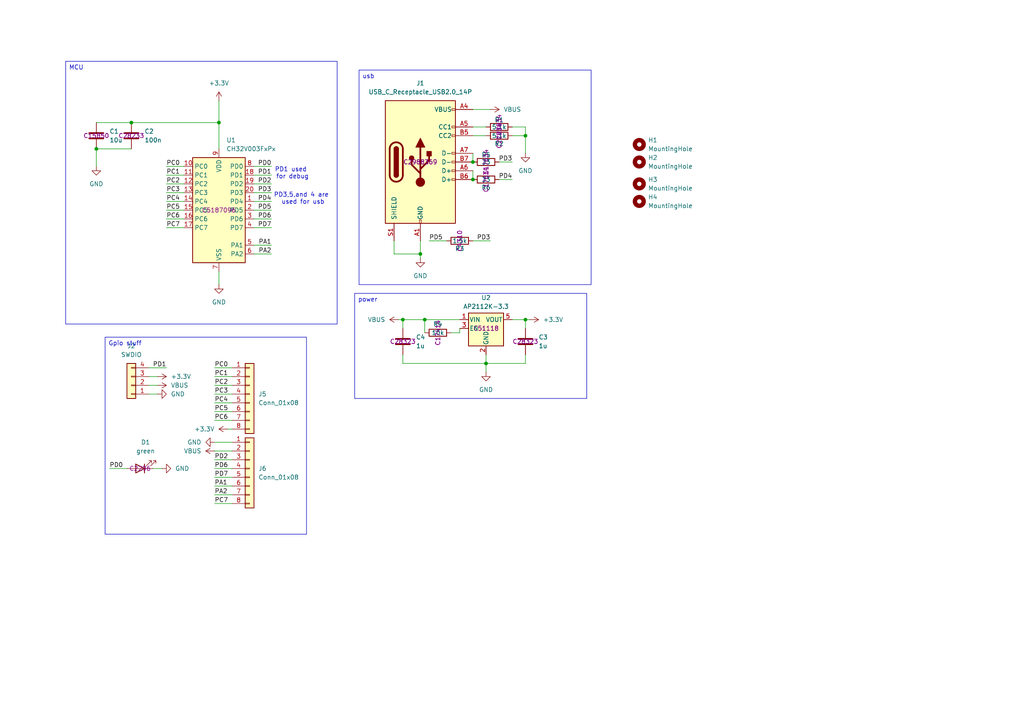
<source format=kicad_sch>
(kicad_sch (version 20250114) (generator "eeschema") (generator_version "9.0")
  (paper "A4")
  (lib_symbols
    (symbol "Connector:USB_C_Receptacle_USB2.0_14P" (pin_names (offset 1.016))
      (property "Reference" "J" (at 0 22.225 0))
      (property "Value" "USB_C_Receptacle_USB2.0_14P" (at 0 19.685 0))
      (symbol "USB_C_Receptacle_USB2.0_14P_0_0"
        (rectangle (start -0.254 -17.78) (end 0.254 -16.764))
        (rectangle (start 10.16 15.494) (end 9.144 14.986))
        (rectangle (start 10.16 10.414) (end 9.144 9.906))
        (rectangle (start 10.16 7.874) (end 9.144 7.366))
        (rectangle (start 10.16 2.794) (end 9.144 2.286))
        (rectangle (start 10.16 0.254) (end 9.144 -0.254))
        (rectangle (start 10.16 -2.286) (end 9.144 -2.794))
        (rectangle (start 10.16 -4.826) (end 9.144 -5.334))
      )
      (symbol "USB_C_Receptacle_USB2.0_14P_0_1"
        (rectangle (start -10.16 17.78) (end 10.16 -17.78) (stroke (width 0.254)) (fill (type background)))
        (polyline (pts (xy -8.89 -3.81) (xy -8.89 3.81)) (stroke (width 0.508)))
        (rectangle (start -7.62 -3.81) (end -6.35 3.81) (stroke (width 0.254)) (fill (type outline)))
        (arc (start -7.62 3.81) (mid -6.985 4.4423) (end -6.35 3.81) (stroke (width 0.254)))
        (arc (start -7.62 3.81) (mid -6.985 4.4423) (end -6.35 3.81) (stroke (width 0.254)) (fill (type outline)))
        (arc (start -8.89 3.81) (mid -6.985 5.7067) (end -5.08 3.81) (stroke (width 0.508)))
        (arc (start -5.08 -3.81) (mid -6.985 -5.7067) (end -8.89 -3.81) (stroke (width 0.508)))
        (arc (start -6.35 -3.81) (mid -6.985 -4.4423) (end -7.62 -3.81) (stroke (width 0.254)))
        (arc (start -6.35 -3.81) (mid -6.985 -4.4423) (end -7.62 -3.81) (stroke (width 0.254)) (fill (type outline)))
        (polyline (pts (xy -5.08 3.81) (xy -5.08 -3.81)) (stroke (width 0.508)))
        (circle (center -2.54 1.143) (radius 0.635) (stroke (width 0.254)) (fill (type outline)))
        (polyline (pts (xy -1.27 4.318) (xy 0 6.858) (xy 1.27 4.318) (xy -1.27 4.318)) (stroke (width 0.254)) (fill (type outline)))
        (polyline (pts (xy 0 -2.032) (xy 2.54 0.508) (xy 2.54 1.778)) (stroke (width 0.508)))
        (polyline (pts (xy 0 -3.302) (xy -2.54 -0.762) (xy -2.54 0.508)) (stroke (width 0.508)))
        (polyline (pts (xy 0 -5.842) (xy 0 4.318)) (stroke (width 0.508)))
        (circle (center 0 -5.842) (radius 1.27) (fill (type outline)))
        (rectangle (start 1.905 1.778) (end 3.175 3.048) (stroke (width 0.254)) (fill (type outline)))
      )
      (symbol "USB_C_Receptacle_USB2.0_14P_1_1"
        (pin passive line (at -7.62 -22.86 90) (length 5.08) (name "SHIELD") (number "S1"))
        (pin passive line (at 0 -22.86 90) (length 5.08) (name "GND") (number "A1"))
        (pin passive line (at 0 -22.86 90) (length 5.08) (hide yes) (name "GND") (number "A12"))
        (pin passive line (at 0 -22.86 90) (length 5.08) (hide yes) (name "GND") (number "B1"))
        (pin passive line (at 0 -22.86 90) (length 5.08) (hide yes) (name "GND") (number "B12"))
        (pin passive line (at 15.24 15.24 180) (length 5.08) (name "VBUS") (number "A4"))
        (pin passive line (at 15.24 15.24 180) (length 5.08) (hide yes) (name "VBUS") (number "A9"))
        (pin passive line (at 15.24 15.24 180) (length 5.08) (hide yes) (name "VBUS") (number "B4"))
        (pin passive line (at 15.24 15.24 180) (length 5.08) (hide yes) (name "VBUS") (number "B9"))
        (pin bidirectional line (at 15.24 10.16 180) (length 5.08) (name "CC1") (number "A5"))
        (pin bidirectional line (at 15.24 7.62 180) (length 5.08) (name "CC2") (number "B5"))
        (pin bidirectional line (at 15.24 2.54 180) (length 5.08) (name "D-") (number "A7"))
        (pin bidirectional line (at 15.24 0 180) (length 5.08) (name "D-") (number "B7"))
        (pin bidirectional line (at 15.24 -2.54 180) (length 5.08) (name "D+") (number "A6"))
        (pin bidirectional line (at 15.24 -5.08 180) (length 5.08) (name "D+") (number "B6"))
      )
    )
    (symbol "Connector_Generic:Conn_01x04" (pin_names (offset 1.016) (hide yes))
      (property "Reference" "J" (at 0 5.08 0))
      (property "Value" "Conn_01x04" (at 0 -7.62 0))
      (symbol "Conn_01x04_1_1"
        (rectangle (start -1.27 3.81) (end 1.27 -6.35) (stroke (width 0.254)) (fill (type background)))
        (rectangle (start -1.27 2.667) (end 0 2.413) (stroke (width 0.1524)))
        (rectangle (start -1.27 0.127) (end 0 -0.127) (stroke (width 0.1524)))
        (rectangle (start -1.27 -2.413) (end 0 -2.667) (stroke (width 0.1524)))
        (rectangle (start -1.27 -4.953) (end 0 -5.207) (stroke (width 0.1524)))
        (pin passive line (at -5.08 2.54 0) (length 3.81) (name "Pin_1") (number "1"))
        (pin passive line (at -5.08 0 0) (length 3.81) (name "Pin_2") (number "2"))
        (pin passive line (at -5.08 -2.54 0) (length 3.81) (name "Pin_3") (number "3"))
        (pin passive line (at -5.08 -5.08 0) (length 3.81) (name "Pin_4") (number "4"))
      )
    )
    (symbol "Connector_Generic:Conn_01x08" (pin_names (offset 1.016) (hide yes))
      (property "Reference" "J" (at 0 10.16 0))
      (property "Value" "Conn_01x08" (at 0 -12.7 0))
      (symbol "Conn_01x08_1_1"
        (rectangle (start -1.27 8.89) (end 1.27 -11.43) (stroke (width 0.254)) (fill (type background)))
        (rectangle (start -1.27 7.747) (end 0 7.493) (stroke (width 0.1524)))
        (rectangle (start -1.27 5.207) (end 0 4.953) (stroke (width 0.1524)))
        (rectangle (start -1.27 2.667) (end 0 2.413) (stroke (width 0.1524)))
        (rectangle (start -1.27 0.127) (end 0 -0.127) (stroke (width 0.1524)))
        (rectangle (start -1.27 -2.413) (end 0 -2.667) (stroke (width 0.1524)))
        (rectangle (start -1.27 -4.953) (end 0 -5.207) (stroke (width 0.1524)))
        (rectangle (start -1.27 -7.493) (end 0 -7.747) (stroke (width 0.1524)))
        (rectangle (start -1.27 -10.033) (end 0 -10.287) (stroke (width 0.1524)))
        (pin passive line (at -5.08 7.62 0) (length 3.81) (name "Pin_1") (number "1"))
        (pin passive line (at -5.08 5.08 0) (length 3.81) (name "Pin_2") (number "2"))
        (pin passive line (at -5.08 2.54 0) (length 3.81) (name "Pin_3") (number "3"))
        (pin passive line (at -5.08 0 0) (length 3.81) (name "Pin_4") (number "4"))
        (pin passive line (at -5.08 -2.54 0) (length 3.81) (name "Pin_5") (number "5"))
        (pin passive line (at -5.08 -5.08 0) (length 3.81) (name "Pin_6") (number "6"))
        (pin passive line (at -5.08 -7.62 0) (length 3.81) (name "Pin_7") (number "7"))
        (pin passive line (at -5.08 -10.16 0) (length 3.81) (name "Pin_8") (number "8"))
      )
    )
    (symbol "Device:C" (pin_numbers (hide yes)) (pin_names (offset 0.254))
      (property "Reference" "C" (at 0.635 2.54 0))
      (property "Value" "C" (at 0.635 -2.54 0))
      (symbol "C_0_1"
        (polyline (pts (xy -2.032 0.762) (xy 2.032 0.762)) (stroke (width 0.508)))
        (polyline (pts (xy -2.032 -0.762) (xy 2.032 -0.762)) (stroke (width 0.508)))
      )
      (symbol "C_1_1"
        (pin passive line (at 0 3.81 270) (length 2.794) (name "~") (number "1"))
        (pin passive line (at 0 -3.81 90) (length 2.794) (name "~") (number "2"))
      )
    )
    (symbol "Device:LED" (pin_numbers (hide yes)) (pin_names (offset 1.016) (hide yes))
      (property "Reference" "D" (at 0 2.54 0))
      (property "Value" "LED" (at 0 -2.54 0))
      (symbol "LED_0_1"
        (polyline (pts (xy -3.048 -0.762) (xy -4.572 -2.286) (xy -3.81 -2.286) (xy -4.572 -2.286) (xy -4.572 -1.524)))
        (polyline (pts (xy -1.778 -0.762) (xy -3.302 -2.286) (xy -2.54 -2.286) (xy -3.302 -2.286) (xy -3.302 -1.524)))
        (polyline (pts (xy -1.27 0) (xy 1.27 0)))
        (polyline (pts (xy -1.27 -1.27) (xy -1.27 1.27)) (stroke (width 0.254)))
        (polyline (pts (xy 1.27 -1.27) (xy 1.27 1.27) (xy -1.27 0) (xy 1.27 -1.27)) (stroke (width 0.254)))
      )
      (symbol "LED_1_1"
        (pin passive line (at -3.81 0 0) (length 2.54) (name "K") (number "1"))
        (pin passive line (at 3.81 0 180) (length 2.54) (name "A") (number "2"))
      )
    )
    (symbol "Device:R" (pin_numbers (hide yes)) (pin_names (offset 0))
      (property "Reference" "R" (at 2.032 0 90))
      (property "Value" "R" (at 0 0 90))
      (symbol "R_0_1"
        (rectangle (start -1.016 -2.54) (end 1.016 2.54) (stroke (width 0.254)))
      )
      (symbol "R_1_1"
        (pin passive line (at 0 3.81 270) (length 1.27) (name "~") (number "1"))
        (pin passive line (at 0 -3.81 90) (length 1.27) (name "~") (number "2"))
      )
    )
    (symbol "MCU_WCH_CH32V0:CH32V003FxPx"
      (property "Reference" "U" (at -7.62 17.78 0))
      (property "Value" "CH32V003FxPx" (at 7.62 17.78 0))
      (symbol "CH32V003FxPx_1_1"
        (rectangle (start -7.62 15.24) (end 7.62 -15.24) (stroke (width 0.254)) (fill (type background)))
        (pin bidirectional line (at -10.16 12.7 0) (length 2.54) (name "PC0") (number "10"))
        (pin bidirectional line (at -10.16 10.16 0) (length 2.54) (name "PC1") (number "11"))
        (pin bidirectional line (at -10.16 7.62 0) (length 2.54) (name "PC2") (number "12"))
        (pin bidirectional line (at -10.16 5.08 0) (length 2.54) (name "PC3") (number "13"))
        (pin bidirectional line (at -10.16 2.54 0) (length 2.54) (name "PC4") (number "14"))
        (pin bidirectional line (at -10.16 0 0) (length 2.54) (name "PC5") (number "15"))
        (pin bidirectional line (at -10.16 -2.54 0) (length 2.54) (name "PC6") (number "16"))
        (pin bidirectional line (at -10.16 -5.08 0) (length 2.54) (name "PC7") (number "17"))
        (pin power_in line (at 0 17.78 270) (length 2.54) (name "VDD") (number "9"))
        (pin power_in line (at 0 -17.78 90) (length 2.54) (name "VSS") (number "7"))
        (pin bidirectional line (at 10.16 12.7 180) (length 2.54) (name "PD0") (number "8"))
        (pin bidirectional line (at 10.16 10.16 180) (length 2.54) (name "PD1") (number "18"))
        (pin bidirectional line (at 10.16 7.62 180) (length 2.54) (name "PD2") (number "19"))
        (pin bidirectional line (at 10.16 5.08 180) (length 2.54) (name "PD3") (number "20"))
        (pin bidirectional line (at 10.16 2.54 180) (length 2.54) (name "PD4") (number "1"))
        (pin bidirectional line (at 10.16 0 180) (length 2.54) (name "PD5") (number "2"))
        (pin bidirectional line (at 10.16 -2.54 180) (length 2.54) (name "PD6") (number "3"))
        (pin bidirectional line (at 10.16 -5.08 180) (length 2.54) (name "PD7") (number "4"))
        (pin bidirectional line (at 10.16 -10.16 180) (length 2.54) (name "PA1") (number "5"))
        (pin bidirectional line (at 10.16 -12.7 180) (length 2.54) (name "PA2") (number "6"))
      )
    )
    (symbol "Mechanical:MountingHole" (pin_names (offset 1.016)) (exclude_from_sim yes) (in_bom no)
      (property "Reference" "H" (at 0 5.08 0))
      (property "Value" "MountingHole" (at 0 3.175 0))
      (symbol "MountingHole_0_1"
        (circle (center 0 0) (radius 1.27) (stroke (width 1.27)))
      )
    )
    (symbol "Regulator_Linear:AP2112K-3.3" (pin_names (offset 0.254))
      (property "Reference" "U" (at -5.08 5.715 0))
      (property "Value" "AP2112K-3.3" (at 0 5.715 0))
      (symbol "AP2112K-3.3_0_1"
        (rectangle (start -5.08 4.445) (end 5.08 -5.08) (stroke (width 0.254)) (fill (type background)))
      )
      (symbol "AP2112K-3.3_1_1"
        (pin power_in line (at -7.62 2.54 0) (length 2.54) (name "VIN") (number "1"))
        (pin input line (at -7.62 0 0) (length 2.54) (name "EN") (number "3"))
        (pin power_in line (at 0 -7.62 90) (length 2.54) (name "GND") (number "2"))
        (pin no_connect line (at 5.08 0 180) (length 2.54) (hide yes) (name "NC") (number "4"))
        (pin power_out line (at 7.62 2.54 180) (length 2.54) (name "VOUT") (number "5"))
      )
    )
    (symbol "power:+3.3V" (power) (pin_numbers (hide yes)) (pin_names (offset 0) (hide yes))
      (property "Value" "+3.3V" (at 0 3.556 0))
      (symbol "+3.3V_0_1"
        (polyline (pts (xy -0.762 1.27) (xy 0 2.54)))
        (polyline (pts (xy 0 2.54) (xy 0.762 1.27)))
        (polyline (pts (xy 0 0) (xy 0 2.54)))
      )
      (symbol "+3.3V_1_1"
        (pin power_in line (at 0 0 90) (length 0) (name "~") (number "1"))
      )
    )
    (symbol "power:GND" (power) (pin_numbers (hide yes)) (pin_names (offset 0) (hide yes))
      (property "Value" "GND" (at 0 -3.81 0))
      (symbol "GND_0_1"
        (polyline (pts (xy 0 0) (xy 0 -1.27) (xy 1.27 -1.27) (xy 0 -2.54) (xy -1.27 -1.27) (xy 0 -1.27)))
      )
      (symbol "GND_1_1"
        (pin power_in line (at 0 0 270) (length 0) (name "~") (number "1"))
      )
    )
    (symbol "power:VBUS" (power) (pin_numbers (hide yes)) (pin_names (offset 0) (hide yes))
      (property "Value" "VBUS" (at 0 3.556 0))
      (symbol "VBUS_0_1"
        (polyline (pts (xy -0.762 1.27) (xy 0 2.54)))
        (polyline (pts (xy 0 2.54) (xy 0.762 1.27)))
        (polyline (pts (xy 0 0) (xy 0 2.54)))
      )
      (symbol "VBUS_1_1"
        (pin power_in line (at 0 0 90) (length 0) (name "~") (number "1"))
      )
    )
  )
  (text "PD1 used \nfor debug\n" (at 84.836 50.292 0) (effects (font (size 1.27 1.27))))
  (text "PD3,5,and 4 are \nused for usb\n" (at 87.884 57.658 0) (effects (font (size 1.27 1.27))))
  (text_box "usb\n" (at 104.14 20.32 0) (size 67.31 62.23) (margins 0.9525 0.9525 0.9525 0.9525) (effects (font (size 1.27 1.27)) (justify left top)))
  (text_box "power\n" (at 102.87 85.09 0) (size 67.31 30.48) (margins 0.9525 0.9525 0.9525 0.9525) (effects (font (size 1.27 1.27)) (justify left top)))
  (text_box "Gpio stuff\n" (at 30.48 97.79 0) (size 58.42 57.15) (margins 0.9525 0.9525 0.9525 0.9525) (effects (font (size 1.27 1.27)) (justify left top)))
  (text_box "MCU\n" (at 19.05 17.78 0) (size 78.74 76.2) (margins 0.9525 0.9525 0.9525 0.9525) (effects (font (size 1.27 1.27)) (justify left top)))
  (junction (at 152.4 92.71))
  (junction (at 63.5 35.56))
  (junction (at 116.84 92.71))
  (junction (at 27.94 43.18))
  (junction (at 38.1 35.56))
  (junction (at 137.16 52.07))
  (junction (at 140.97 105.41))
  (junction (at 121.92 73.66))
  (junction (at 123.19 92.71))
  (junction (at 152.4 39.37))
  (junction (at 137.16 46.99))
  (wire (pts (xy 27.94 35.56) (xy 38.1 35.56)))
  (wire (pts (xy 27.94 43.18) (xy 27.94 48.26)))
  (wire (pts (xy 63.5 78.74) (xy 63.5 82.55)))
  (wire (pts (xy 62.23 133.35) (xy 67.31 133.35)))
  (wire (pts (xy 48.26 48.26) (xy 53.34 48.26)))
  (wire (pts (xy 116.84 92.71) (xy 116.84 95.25)))
  (wire (pts (xy 44.45 135.89) (xy 46.99 135.89)))
  (wire (pts (xy 144.78 46.99) (xy 148.59 46.99)))
  (wire (pts (xy 73.66 55.88) (xy 78.74 55.88)))
  (wire (pts (xy 133.35 96.52) (xy 133.35 95.25)))
  (wire (pts (xy 43.18 114.3) (xy 45.72 114.3)))
  (wire (pts (xy 62.23 106.68) (xy 67.31 106.68)))
  (wire (pts (xy 27.94 43.18) (xy 38.1 43.18)))
  (wire (pts (xy 62.23 121.92) (xy 67.31 121.92)))
  (wire (pts (xy 62.23 109.22) (xy 67.31 109.22)))
  (wire (pts (xy 130.81 96.52) (xy 133.35 96.52)))
  (wire (pts (xy 73.66 71.12) (xy 78.74 71.12)))
  (wire (pts (xy 124.46 69.85) (xy 129.54 69.85)))
  (wire (pts (xy 152.4 92.71) (xy 152.4 95.25)))
  (wire (pts (xy 123.19 92.71) (xy 133.35 92.71)))
  (wire (pts (xy 73.66 48.26) (xy 78.74 48.26)))
  (wire (pts (xy 140.97 102.87) (xy 140.97 105.41)))
  (wire (pts (xy 62.23 130.81) (xy 67.31 130.81)))
  (wire (pts (xy 137.16 49.53) (xy 137.16 52.07)))
  (wire (pts (xy 48.26 53.34) (xy 53.34 53.34)))
  (wire (pts (xy 115.57 92.71) (xy 116.84 92.71)))
  (wire (pts (xy 62.23 114.3) (xy 67.31 114.3)))
  (wire (pts (xy 116.84 102.87) (xy 116.84 105.41)))
  (wire (pts (xy 43.18 109.22) (xy 45.72 109.22)))
  (wire (pts (xy 137.16 44.45) (xy 137.16 46.99)))
  (wire (pts (xy 48.26 63.5) (xy 53.34 63.5)))
  (wire (pts (xy 48.26 60.96) (xy 53.34 60.96)))
  (wire (pts (xy 137.16 36.83) (xy 140.97 36.83)))
  (wire (pts (xy 48.26 58.42) (xy 53.34 58.42)))
  (wire (pts (xy 73.66 53.34) (xy 78.74 53.34)))
  (wire (pts (xy 137.16 31.75) (xy 142.24 31.75)))
  (wire (pts (xy 114.3 69.85) (xy 114.3 73.66)))
  (wire (pts (xy 137.16 69.85) (xy 142.24 69.85)))
  (wire (pts (xy 63.5 35.56) (xy 63.5 43.18)))
  (wire (pts (xy 137.16 39.37) (xy 140.97 39.37)))
  (wire (pts (xy 62.23 138.43) (xy 67.31 138.43)))
  (wire (pts (xy 62.23 119.38) (xy 67.31 119.38)))
  (wire (pts (xy 48.26 50.8) (xy 53.34 50.8)))
  (wire (pts (xy 144.78 52.07) (xy 148.59 52.07)))
  (wire (pts (xy 152.4 92.71) (xy 153.67 92.71)))
  (wire (pts (xy 48.26 66.04) (xy 53.34 66.04)))
  (wire (pts (xy 66.04 124.46) (xy 67.31 124.46)))
  (wire (pts (xy 140.97 105.41) (xy 140.97 107.95)))
  (wire (pts (xy 148.59 39.37) (xy 152.4 39.37)))
  (wire (pts (xy 38.1 35.56) (xy 63.5 35.56)))
  (wire (pts (xy 152.4 102.87) (xy 152.4 105.41)))
  (wire (pts (xy 43.18 111.76) (xy 45.72 111.76)))
  (wire (pts (xy 73.66 66.04) (xy 78.74 66.04)))
  (wire (pts (xy 121.92 69.85) (xy 121.92 73.66)))
  (wire (pts (xy 62.23 111.76) (xy 67.31 111.76)))
  (wire (pts (xy 63.5 29.21) (xy 63.5 35.56)))
  (wire (pts (xy 116.84 92.71) (xy 123.19 92.71)))
  (wire (pts (xy 152.4 105.41) (xy 140.97 105.41)))
  (wire (pts (xy 73.66 73.66) (xy 78.74 73.66)))
  (wire (pts (xy 62.23 143.51) (xy 67.31 143.51)))
  (wire (pts (xy 148.59 92.71) (xy 152.4 92.71)))
  (wire (pts (xy 62.23 116.84) (xy 67.31 116.84)))
  (wire (pts (xy 73.66 50.8) (xy 78.74 50.8)))
  (wire (pts (xy 114.3 73.66) (xy 121.92 73.66)))
  (wire (pts (xy 152.4 36.83) (xy 152.4 39.37)))
  (wire (pts (xy 62.23 128.27) (xy 67.31 128.27)))
  (wire (pts (xy 48.26 55.88) (xy 53.34 55.88)))
  (wire (pts (xy 73.66 58.42) (xy 78.74 58.42)))
  (wire (pts (xy 62.23 146.05) (xy 67.31 146.05)))
  (wire (pts (xy 123.19 92.71) (xy 123.19 96.52)))
  (wire (pts (xy 121.92 73.66) (xy 121.92 74.93)))
  (wire (pts (xy 73.66 60.96) (xy 78.74 60.96)))
  (wire (pts (xy 62.23 135.89) (xy 67.31 135.89)))
  (wire (pts (xy 148.59 36.83) (xy 152.4 36.83)))
  (wire (pts (xy 43.18 106.68) (xy 48.26 106.68)))
  (wire (pts (xy 62.23 140.97) (xy 67.31 140.97)))
  (wire (pts (xy 152.4 39.37) (xy 152.4 44.45)))
  (wire (pts (xy 31.75 135.89) (xy 36.83 135.89)))
  (wire (pts (xy 116.84 105.41) (xy 140.97 105.41)))
  (wire (pts (xy 73.66 63.5) (xy 78.74 63.5)))
  (label "PD2" (at 62.23 133.35 0))
  (label "PD0" (at 31.75 135.89 0))
  (label "PC5" (at 48.26 60.96 0))
  (label "PC3" (at 48.26 55.88 0))
  (label "PC4" (at 62.23 116.84 0))
  (label "PA2" (at 62.23 143.51 0))
  (label "PD6" (at 62.23 135.89 0))
  (label "PC6" (at 62.23 121.92 0))
  (label "PD4" (at 78.74 58.42 180))
  (label "PC7" (at 62.23 146.05 0))
  (label "PC6" (at 48.26 63.5 0))
  (label "PC2" (at 62.23 111.76 0))
  (label "PD3" (at 148.59 46.99 180))
  (label "PD2" (at 78.74 53.34 180))
  (label "PD3" (at 142.24 69.85 180))
  (label "PC1" (at 48.26 50.8 0))
  (label "PD5" (at 124.46 69.85 0))
  (label "PD3" (at 78.74 55.88 180))
  (label "PD7" (at 62.23 138.43 0))
  (label "PD1" (at 78.74 50.8 180))
  (label "PC0" (at 48.26 48.26 0))
  (label "PD0" (at 78.74 48.26 180))
  (label "PD4" (at 148.59 52.07 180))
  (label "PC7" (at 48.26 66.04 0))
  (label "PC3" (at 62.23 114.3 0))
  (label "PD7" (at 78.74 66.04 180))
  (label "PC2" (at 48.26 53.34 0))
  (label "PD1" (at 48.26 106.68 180))
  (label "PD5" (at 78.74 60.96 180))
  (label "PC4" (at 48.26 58.42 0))
  (label "PC5" (at 62.23 119.38 0))
  (label "PA2" (at 78.74 73.66 180))
  (label "PD6" (at 78.74 63.5 180))
  (label "PC1" (at 62.23 109.22 0))
  (label "PA1" (at 62.23 140.97 0))
  (label "PA1" (at 78.74 71.12 180))
  (label "PC0" (at 62.23 106.68 0))
  (symbol (lib_id "power:GND") (at 152.4 44.45 0) (unit 1)
    (property "Reference" "#PWR04" (effects (hide yes)))
    (property "Value" "GND" (at 152.4 49.53 0))
    (property "Description" "Power symbol creates a global label with name \"GND\" , ground" (effects (hide yes)))
  )
  (symbol (lib_id "power:GND") (at 140.97 107.95 0) (unit 1)
    (property "Reference" "#PWR09" (effects (hide yes)))
    (property "Value" "GND" (at 140.97 113.03 0))
    (property "Description" "Power symbol creates a global label with name \"GND\" , ground" (effects (hide yes)))
  )
  (symbol (lib_id "power:+3.3V") (at 45.72 109.22 270) (unit 1)
    (property "Reference" "#PWR011" (effects (hide yes)))
    (property "Value" "+3.3V" (at 49.53 109.2199 90) (effects (justify left)))
    (property "Description" "Power symbol creates a global label with name \"+3.3V\"" (effects (hide yes)))
  )
  (symbol (lib_id "power:GND") (at 45.72 114.3 90) (unit 1)
    (property "Reference" "#PWR010" (effects (hide yes)))
    (property "Value" "GND" (at 49.53 114.2999 90) (effects (justify right)))
    (property "Description" "Power symbol creates a global label with name \"GND\" , ground" (effects (hide yes)))
  )
  (symbol (lib_id "Device:C") (at 152.4 99.06 0) (unit 1)
    (property "Reference" "C3" (at 156.21 97.7899 0) (effects (justify left)))
    (property "Value" "1u" (at 156.21 100.3299 0) (effects (justify left)))
    (property "Footprint" "Capacitor_SMD:C_0805_2012Metric_Pad1.18x1.45mm_HandSolder" (effects (hide yes)))
    (property "Description" "Unpolarized capacitor" (effects (hide yes)))
    (property "LCSC" "C28323" (at 152.4 99.06 0))
  )
  (symbol (lib_id "power:GND") (at 27.94 48.26 0) (unit 1)
    (property "Reference" "#PWR03" (effects (hide yes)))
    (property "Value" "GND" (at 27.94 53.34 0))
    (property "Description" "Power symbol creates a global label with name \"GND\" , ground" (effects (hide yes)))
  )
  (symbol (lib_id "Device:C") (at 27.94 39.37 0) (unit 1)
    (property "Reference" "C1" (at 31.75 38.0999 0) (effects (justify left)))
    (property "Value" "10u" (at 31.75 40.6399 0) (effects (justify left)))
    (property "Footprint" "Capacitor_SMD:C_0805_2012Metric_Pad1.18x1.45mm_HandSolder" (effects (hide yes)))
    (property "Description" "Unpolarized capacitor" (effects (hide yes)))
    (property "LCSC" "C15850" (at 27.94 39.37 0))
  )
  (symbol (lib_id "power:GND") (at 62.23 128.27 270) (unit 1)
    (property "Reference" "#PWR013" (effects (hide yes)))
    (property "Value" "GND" (at 58.42 128.2699 90) (effects (justify right)))
    (property "Description" "Power symbol creates a global label with name \"GND\" , ground" (effects (hide yes)))
  )
  (symbol (lib_id "power:+3.3V") (at 153.67 92.71 270) (unit 1)
    (property "Reference" "#PWR08" (effects (hide yes)))
    (property "Value" "+3.3V" (at 157.48 92.7099 90) (effects (justify left)))
    (property "Description" "Power symbol creates a global label with name \"+3.3V\"" (effects (hide yes)))
  )
  (symbol (lib_id "Mechanical:MountingHole") (at 185.42 41.91 0) (unit 1) (exclude_from_sim yes) (in_bom no)
    (property "Reference" "H1" (at 187.96 40.6399 0) (effects (justify left)))
    (property "Value" "MountingHole" (at 187.96 43.1799 0) (effects (justify left)))
    (property "Footprint" "MountingHole:MountingHole_2.2mm_M2" (effects (hide yes)))
    (property "Description" "Mounting Hole without connection" (effects (hide yes)))
  )
  (symbol (lib_id "Device:C") (at 116.84 99.06 0) (unit 1)
    (property "Reference" "C4" (at 120.65 97.7899 0) (effects (justify left)))
    (property "Value" "1u" (at 120.65 100.3299 0) (effects (justify left)))
    (property "Footprint" "Capacitor_SMD:C_0805_2012Metric_Pad1.18x1.45mm_HandSolder" (effects (hide yes)))
    (property "Description" "Unpolarized capacitor" (effects (hide yes)))
    (property "LCSC" "C28323" (at 116.84 99.06 0))
  )
  (symbol (lib_id "power:VBUS") (at 142.24 31.75 270) (unit 1)
    (property "Reference" "#PWR05" (effects (hide yes)))
    (property "Value" "VBUS" (at 146.05 31.7499 90) (effects (justify left)))
    (property "Description" "Power symbol creates a global label with name \"VBUS\"" (effects (hide yes)))
  )
  (symbol (lib_id "Device:R") (at 144.78 39.37 270) (unit 1)
    (property "Reference" "R2" (at 144.78 41.656 90))
    (property "Value" "5.1k" (at 144.78 39.37 90))
    (property "Footprint" "Resistor_SMD:R_0805_2012Metric_Pad1.20x1.40mm_HandSolder" (effects (hide yes)))
    (property "Description" "Resistor" (effects (hide yes)))
    (property "LCSC" "C27834" (at 144.78 39.37 0))
  )
  (symbol (lib_id "Device:R") (at 144.78 36.83 90) (unit 1)
    (property "Reference" "R1" (at 144.78 34.798 90))
    (property "Value" "5.1k" (at 144.78 36.83 90))
    (property "Footprint" "Resistor_SMD:R_0805_2012Metric_Pad1.20x1.40mm_HandSolder" (effects (hide yes)))
    (property "Description" "Resistor" (effects (hide yes)))
    (property "LCSC" "C27834" (at 144.78 36.83 0))
  )
  (symbol (lib_id "Device:R") (at 127 96.52 90) (unit 1)
    (property "Reference" "R4" (at 127 93.98 90))
    (property "Value" "10k" (at 127 96.52 90))
    (property "Footprint" "Resistor_SMD:R_0805_2012Metric_Pad1.20x1.40mm_HandSolder" (effects (hide yes)))
    (property "Description" "Resistor" (effects (hide yes)))
    (property "LCSC" "C17414" (at 127 96.52 0))
  )
  (symbol (lib_id "Mechanical:MountingHole") (at 185.42 53.34 0) (unit 1) (exclude_from_sim yes) (in_bom no)
    (property "Reference" "H3" (at 187.96 52.0699 0) (effects (justify left)))
    (property "Value" "MountingHole" (at 187.96 54.6099 0) (effects (justify left)))
    (property "Footprint" "MountingHole:MountingHole_2.2mm_M2" (effects (hide yes)))
    (property "Description" "Mounting Hole without connection" (effects (hide yes)))
  )
  (symbol (lib_id "power:GND") (at 121.92 74.93 0) (unit 1)
    (property "Reference" "#PWR06" (effects (hide yes)))
    (property "Value" "GND" (at 121.92 80.01 0))
    (property "Description" "Power symbol creates a global label with name \"GND\" , ground" (effects (hide yes)))
  )
  (symbol (lib_id "Mechanical:MountingHole") (at 185.42 46.99 0) (unit 1) (exclude_from_sim yes) (in_bom no)
    (property "Reference" "H2" (at 187.96 45.7199 0) (effects (justify left)))
    (property "Value" "MountingHole" (at 187.96 48.2599 0) (effects (justify left)))
    (property "Footprint" "MountingHole:MountingHole_2.2mm_M2" (effects (hide yes)))
    (property "Description" "Mounting Hole without connection" (effects (hide yes)))
  )
  (symbol (lib_id "MCU_WCH_CH32V0:CH32V003FxPx") (at 63.5 60.96 0) (unit 1)
    (property "Reference" "U1" (at 65.6433 40.64 0) (effects (justify left)))
    (property "Value" "CH32V003FxPx" (at 65.6433 43.18 0) (effects (justify left)))
    (property "Footprint" "Package_SO:TSSOP-20_4.4x6.5mm_P0.65mm" (effects (hide yes)))
    (property "Datasheet" "https://www.wch-ic.com/products/CH32V003.html" (effects (hide yes)))
    (property "Description" "CH32V003 series are industrial-grade general-purpose microcontrollers designed based on 32-bit RISC-V instruction set and architecture. It adopts QingKe V2A core, RV32EC instruction set, and supports 2 levels of interrupt nesting. The series are mounted with rich peripheral interfaces and function modules. Its internal organizational structure meets the low-cost and low-power embedded application scenarios." (effects (hide yes)))
    (property "LCSC" "C5187096" (at 63.5 60.96 0))
  )
  (symbol (lib_id "power:GND") (at 63.5 82.55 0) (unit 1)
    (property "Reference" "#PWR01" (effects (hide yes)))
    (property "Value" "GND" (at 63.5 87.63 0))
    (property "Description" "Power symbol creates a global label with name \"GND\" , ground" (effects (hide yes)))
  )
  (symbol (lib_id "power:GND") (at 46.99 135.89 90) (unit 1)
    (property "Reference" "#PWR016" (effects (hide yes)))
    (property "Value" "GND" (at 50.8 135.8899 90) (effects (justify right)))
    (property "Description" "Power symbol creates a global label with name \"GND\" , ground" (effects (hide yes)))
  )
  (symbol (lib_id "Device:R") (at 140.97 52.07 270) (unit 1)
    (property "Reference" "R6" (at 140.97 54.356 90))
    (property "Value" "33" (at 140.97 52.07 90))
    (property "Footprint" "Resistor_SMD:R_0805_2012Metric_Pad1.20x1.40mm_HandSolder" (effects (hide yes)))
    (property "Description" "Resistor" (effects (hide yes)))
    (property "LCSC" "C17634" (at 140.97 52.07 0))
  )
  (symbol (lib_id "power:VBUS") (at 62.23 130.81 90) (unit 1)
    (property "Reference" "#PWR015" (effects (hide yes)))
    (property "Value" "VBUS" (at 58.42 130.8099 90) (effects (justify left)))
    (property "Description" "Power symbol creates a global label with name \"VBUS\"" (effects (hide yes)))
  )
  (symbol (lib_id "Connector_Generic:Conn_01x08") (at 72.39 114.3 0) (unit 1) (in_bom no)
    (property "Reference" "J5" (at 74.93 114.2999 0) (effects (justify left)))
    (property "Value" "Conn_01x08" (at 74.93 116.8399 0) (effects (justify left)))
    (property "Footprint" "Connector_PinHeader_2.54mm:PinHeader_1x08_P2.54mm_Vertical" (effects (hide yes)))
    (property "Description" "Generic connector, single row, 01x08, script generated (kicad-library-utils/schlib/autogen/connector/)" (effects (hide yes)))
  )
  (symbol (lib_id "Device:R") (at 133.35 69.85 270) (unit 1)
    (property "Reference" "R3" (at 133.35 72.136 90))
    (property "Value" "1.5k" (at 133.35 69.85 90))
    (property "Footprint" "Resistor_SMD:R_0805_2012Metric_Pad1.20x1.40mm_HandSolder" (effects (hide yes)))
    (property "Description" "Resistor" (effects (hide yes)))
    (property "LCSC" "C4310" (at 133.35 69.85 0))
  )
  (symbol (lib_id "power:+3.3V") (at 63.5 29.21 0) (unit 1)
    (property "Reference" "#PWR02" (effects (hide yes)))
    (property "Value" "+3.3V" (at 63.5 24.13 0))
    (property "Description" "Power symbol creates a global label with name \"+3.3V\"" (effects (hide yes)))
  )
  (symbol (lib_id "Mechanical:MountingHole") (at 185.42 58.42 0) (unit 1) (exclude_from_sim yes) (in_bom no)
    (property "Reference" "H4" (at 187.96 57.1499 0) (effects (justify left)))
    (property "Value" "MountingHole" (at 187.96 59.6899 0) (effects (justify left)))
    (property "Footprint" "MountingHole:MountingHole_2.2mm_M2" (effects (hide yes)))
    (property "Description" "Mounting Hole without connection" (effects (hide yes)))
  )
  (symbol (lib_id "Device:LED") (at 40.64 135.89 180) (unit 1)
    (property "Reference" "D1" (at 42.2275 128.27 0))
    (property "Value" "green" (at 42.2275 130.81 0))
    (property "Footprint" "LED_SMD:LED_0805_2012Metric_Pad1.15x1.40mm_HandSolder" (effects (hide yes)))
    (property "Description" "Light emitting diode" (effects (hide yes)))
    (property "Sim.Pins" "1=K 2=A" (effects (hide yes)))
    (property "LCSC" "C2296" (at 40.64 135.89 0))
  )
  (symbol (lib_id "Regulator_Linear:AP2112K-3.3") (at 140.97 95.25 0) (unit 1)
    (property "Reference" "U2" (at 140.97 86.36 0))
    (property "Value" "AP2112K-3.3" (at 140.97 88.9 0))
    (property "Footprint" "Package_TO_SOT_SMD:SOT-23-5" (effects (hide yes)))
    (property "Datasheet" "https://www.diodes.com/assets/Datasheets/AP2112.pdf" (effects (hide yes)))
    (property "Description" "600mA low dropout linear regulator, with enable pin, 3.8V-6V input voltage range, 3.3V fixed positive output, SOT-23-5" (effects (hide yes)))
    (property "LCSC" "C51118" (at 140.97 95.25 0))
  )
  (symbol (lib_id "power:+3.3V") (at 66.04 124.46 90) (unit 1)
    (property "Reference" "#PWR014" (effects (hide yes)))
    (property "Value" "+3.3V" (at 62.23 124.4599 90) (effects (justify left)))
    (property "Description" "Power symbol creates a global label with name \"+3.3V\"" (effects (hide yes)))
  )
  (symbol (lib_id "Device:R") (at 140.97 46.99 90) (unit 1)
    (property "Reference" "R5" (at 140.97 44.958 90))
    (property "Value" "33" (at 140.97 46.99 90))
    (property "Footprint" "Resistor_SMD:R_0805_2012Metric_Pad1.20x1.40mm_HandSolder" (effects (hide yes)))
    (property "Description" "Resistor" (effects (hide yes)))
    (property "LCSC" "C17634" (at 140.97 46.99 0))
  )
  (symbol (lib_id "Connector_Generic:Conn_01x08") (at 72.39 135.89 0) (unit 1) (in_bom no)
    (property "Reference" "J6" (at 74.93 135.8899 0) (effects (justify left)))
    (property "Value" "Conn_01x08" (at 74.93 138.4299 0) (effects (justify left)))
    (property "Footprint" "Connector_PinHeader_2.54mm:PinHeader_1x08_P2.54mm_Vertical" (effects (hide yes)))
    (property "Description" "Generic connector, single row, 01x08, script generated (kicad-library-utils/schlib/autogen/connector/)" (effects (hide yes)))
  )
  (symbol (lib_id "power:VBUS") (at 115.57 92.71 90) (unit 1)
    (property "Reference" "#PWR07" (effects (hide yes)))
    (property "Value" "VBUS" (at 111.76 92.7099 90) (effects (justify left)))
    (property "Description" "Power symbol creates a global label with name \"VBUS\"" (effects (hide yes)))
  )
  (symbol (lib_id "Device:C") (at 38.1 39.37 0) (unit 1)
    (property "Reference" "C2" (at 41.91 38.0999 0) (effects (justify left)))
    (property "Value" "100n" (at 41.91 40.6399 0) (effects (justify left)))
    (property "Footprint" "Capacitor_SMD:C_0805_2012Metric_Pad1.18x1.45mm_HandSolder" (effects (hide yes)))
    (property "Description" "Unpolarized capacitor" (effects (hide yes)))
    (property "LCSC" "C28233" (at 38.1 39.37 0))
  )
  (symbol (lib_id "power:VBUS") (at 45.72 111.76 270) (unit 1)
    (property "Reference" "#PWR012" (effects (hide yes)))
    (property "Value" "VBUS" (at 49.53 111.7599 90) (effects (justify left)))
    (property "Description" "Power symbol creates a global label with name \"VBUS\"" (effects (hide yes)))
  )
  (symbol (lib_id "Connector_Generic:Conn_01x04") (at 38.1 111.76 180) (unit 1) (in_bom no)
    (property "Reference" "J2" (at 38.1 100.33 0))
    (property "Value" "SWDIO" (at 38.1 102.87 0))
    (property "Footprint" "Connector_PinHeader_2.54mm:PinHeader_1x04_P2.54mm_Vertical" (effects (hide yes)))
    (property "Description" "Generic connector, single row, 01x04, script generated (kicad-library-utils/schlib/autogen/connector/)" (effects (hide yes)))
  )
  (symbol (lib_id "Connector:USB_C_Receptacle_USB2.0_14P") (at 121.92 46.99 0) (unit 1)
    (property "Reference" "J1" (at 121.92 24.13 0))
    (property "Value" "USB_C_Receptacle_USB2.0_14P" (at 121.92 26.67 0))
    (property "Footprint" "Connector_USB:USB_C_Receptacle_HRO_TYPE-C-31-M-12" (effects (hide yes)))
    (property "Datasheet" "https://www.usb.org/sites/default/files/documents/usb_type-c.zip" (effects (hide yes)))
    (property "Description" "USB 2.0-only 14P Type-C Receptacle connector" (effects (hide yes)))
    (property "LCSC" "C2988369" (at 121.92 46.99 0))
  )
)
</source>
